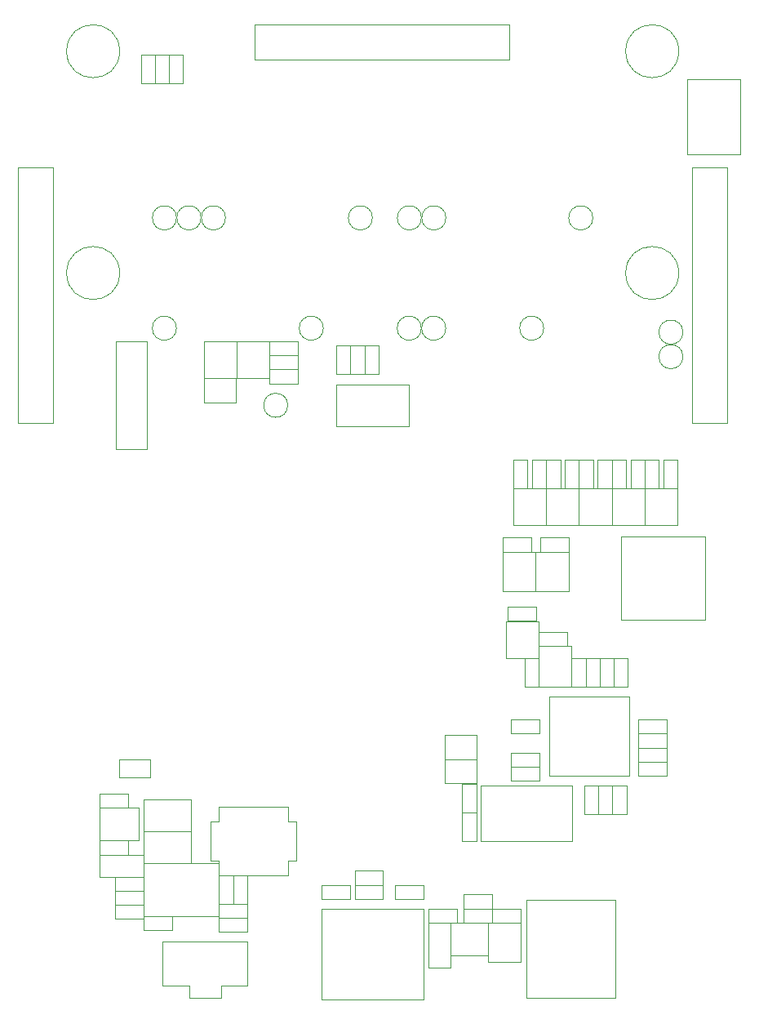
<source format=gbr>
%TF.GenerationSoftware,KiCad,Pcbnew,8.0.4*%
%TF.CreationDate,2024-08-08T16:45:06-04:00*%
%TF.ProjectId,beepy,62656570-792e-46b6-9963-61645f706362,rev?*%
%TF.SameCoordinates,Original*%
%TF.FileFunction,Other,User*%
%FSLAX46Y46*%
G04 Gerber Fmt 4.6, Leading zero omitted, Abs format (unit mm)*
G04 Created by KiCad (PCBNEW 8.0.4) date 2024-08-08 16:45:06*
%MOMM*%
%LPD*%
G01*
G04 APERTURE LIST*
%ADD10C,0.050000*%
%ADD11C,0.100000*%
G04 APERTURE END LIST*
D10*
%TO.C,R1*%
X83350000Y-77722500D02*
X83350000Y-76262500D01*
X83350000Y-76262500D02*
X80390000Y-76262500D01*
X80390000Y-77722500D02*
X83350000Y-77722500D01*
X80390000Y-76262500D02*
X80390000Y-77722500D01*
%TO.C,U5*%
X111800000Y-128080000D02*
X102340000Y-128080000D01*
X111800000Y-122340000D02*
X111800000Y-128080000D01*
X102340000Y-128080000D02*
X102340000Y-122340000D01*
X102340000Y-122340000D02*
X111800000Y-122340000D01*
%TO.C,TP5*%
X91074734Y-63480000D02*
G75*
G02*
X88574734Y-63480000I-1250000J0D01*
G01*
X88574734Y-63480000D02*
G75*
G02*
X91074734Y-63480000I1250000J0D01*
G01*
%TO.C,R22*%
X111740000Y-109135000D02*
X111740000Y-112095000D01*
X111740000Y-112095000D02*
X113200000Y-112095000D01*
X113200000Y-109135000D02*
X111740000Y-109135000D01*
X113200000Y-112095000D02*
X113200000Y-109135000D01*
%TO.C,U2*%
X75157500Y-135875000D02*
X67357500Y-135875000D01*
X75157500Y-130375000D02*
X75157500Y-135875000D01*
X67357500Y-135875000D02*
X67357500Y-130375000D01*
X67357500Y-130375000D02*
X75157500Y-130375000D01*
%TO.C,Q8*%
X104940000Y-105290000D02*
X108340000Y-105290000D01*
X104940000Y-109130000D02*
X104940000Y-105290000D01*
X108340000Y-105290000D02*
X108340000Y-109130000D01*
X108340000Y-109130000D02*
X104940000Y-109130000D01*
%TO.C,TP8*%
X96155786Y-63480000D02*
G75*
G02*
X93655786Y-63480000I-1250000J0D01*
G01*
X93655786Y-63480000D02*
G75*
G02*
X96155786Y-63480000I1250000J0D01*
G01*
%TO.C,U7*%
X108020000Y-98090000D02*
X111420000Y-98090000D01*
X108020000Y-102190000D02*
X108020000Y-98090000D01*
X111420000Y-98090000D02*
X111420000Y-102190000D01*
X111420000Y-102190000D02*
X108020000Y-102190000D01*
%TO.C,SW2*%
X129260000Y-49130000D02*
X129260000Y-56930000D01*
X123760000Y-56930000D02*
X129260000Y-56930000D01*
X123760000Y-49130000D02*
X129260000Y-49130000D01*
X123760000Y-49130000D02*
X123760000Y-56930000D01*
%TO.C,R31*%
X109110000Y-88525000D02*
X109110000Y-91485000D01*
X109110000Y-91485000D02*
X110570000Y-91485000D01*
X110570000Y-88525000D02*
X109110000Y-88525000D01*
X110570000Y-91485000D02*
X110570000Y-88525000D01*
%TO.C,Q4*%
X115910000Y-91480000D02*
X119310000Y-91480000D01*
X115910000Y-95320000D02*
X115910000Y-91480000D01*
X119310000Y-91480000D02*
X119310000Y-95320000D01*
X119310000Y-95320000D02*
X115910000Y-95320000D01*
%TO.C,TP7*%
X75831578Y-63480000D02*
G75*
G02*
X73331578Y-63480000I-1250000J0D01*
G01*
X73331578Y-63480000D02*
G75*
G02*
X75831578Y-63480000I1250000J0D01*
G01*
%TO.C,U8*%
X104620000Y-98090000D02*
X108020000Y-98090000D01*
X104620000Y-102190000D02*
X104620000Y-98090000D01*
X108020000Y-98090000D02*
X108020000Y-102190000D01*
X108020000Y-102190000D02*
X104620000Y-102190000D01*
%TO.C,C21*%
X114520000Y-125300000D02*
X114520000Y-122340000D01*
X114520000Y-122340000D02*
X113060000Y-122340000D01*
X113060000Y-125300000D02*
X114520000Y-125300000D01*
X113060000Y-122340000D02*
X113060000Y-125300000D01*
%TO.C,TP6*%
X96145786Y-74920000D02*
G75*
G02*
X93645786Y-74920000I-1250000J0D01*
G01*
X93645786Y-74920000D02*
G75*
G02*
X96145786Y-74920000I1250000J0D01*
G01*
%TO.C,C3*%
X67350000Y-131800000D02*
X67350000Y-129500000D01*
X67350000Y-129500000D02*
X62750000Y-129500000D01*
X62750000Y-131800000D02*
X67350000Y-131800000D01*
X62750000Y-129500000D02*
X62750000Y-131800000D01*
%TO.C,C17*%
X121640000Y-121340000D02*
X121640000Y-119880000D01*
X121640000Y-119880000D02*
X118680000Y-119880000D01*
X118680000Y-121340000D02*
X121640000Y-121340000D01*
X118680000Y-119880000D02*
X118680000Y-121340000D01*
%TO.C,Q6*%
X109110000Y-91485000D02*
X112510000Y-91485000D01*
X109110000Y-95325000D02*
X109110000Y-91485000D01*
X112510000Y-91485000D02*
X112510000Y-95325000D01*
X112510000Y-95325000D02*
X109110000Y-95325000D01*
%TO.C,C22*%
X108460000Y-96630000D02*
X108460000Y-98090000D01*
X108460000Y-98090000D02*
X111420000Y-98090000D01*
X111420000Y-96630000D02*
X108460000Y-96630000D01*
X111420000Y-98090000D02*
X111420000Y-96630000D01*
%TO.C,R6*%
X78120000Y-136070000D02*
X78120000Y-134610000D01*
X78120000Y-134610000D02*
X75160000Y-134610000D01*
X75160000Y-136070000D02*
X78120000Y-136070000D01*
X75160000Y-134610000D02*
X75160000Y-136070000D01*
%TO.C,L1*%
X83207500Y-130095000D02*
X83207500Y-126095000D01*
X83207500Y-126095000D02*
X82357500Y-126095000D01*
X82357500Y-131645000D02*
X82357500Y-130095000D01*
X82357500Y-130095000D02*
X83207500Y-130095000D01*
X82357500Y-126095000D02*
X82357500Y-124545000D01*
X82357500Y-124545000D02*
X75157500Y-124545000D01*
X75157500Y-131645000D02*
X82357500Y-131645000D01*
X75157500Y-130095000D02*
X75157500Y-131645000D01*
X75157500Y-126095000D02*
X74307500Y-126095000D01*
X75157500Y-124545000D02*
X75157500Y-126095000D01*
X74307500Y-130095000D02*
X75157500Y-130095000D01*
X74307500Y-126095000D02*
X74307500Y-130095000D01*
%TO.C,R11*%
X67355000Y-134720000D02*
X67355000Y-133260000D01*
X67355000Y-133260000D02*
X64395000Y-133260000D01*
X64395000Y-134720000D02*
X67355000Y-134720000D01*
X64395000Y-133260000D02*
X64395000Y-134720000D01*
%TO.C,TP11*%
X70750526Y-63480000D02*
G75*
G02*
X68250526Y-63480000I-1250000J0D01*
G01*
X68250526Y-63480000D02*
G75*
G02*
X70750526Y-63480000I1250000J0D01*
G01*
%TO.C,R20*%
X92190000Y-134090000D02*
X92190000Y-132630000D01*
X92190000Y-132630000D02*
X89230000Y-132630000D01*
X89230000Y-134090000D02*
X92190000Y-134090000D01*
X89230000Y-132630000D02*
X89230000Y-134090000D01*
%TO.C,TP13*%
X123290000Y-75330000D02*
G75*
G02*
X120790000Y-75330000I-1250000J0D01*
G01*
X120790000Y-75330000D02*
G75*
G02*
X123290000Y-75330000I1250000J0D01*
G01*
%TO.C,C2*%
X76617500Y-134605000D02*
X76617500Y-131645000D01*
X76617500Y-131645000D02*
X75157500Y-131645000D01*
X75157500Y-134605000D02*
X76617500Y-134605000D01*
X75157500Y-131645000D02*
X75157500Y-134605000D01*
%TO.C,R36*%
X111050000Y-88525000D02*
X111050000Y-91485000D01*
X111050000Y-91485000D02*
X112510000Y-91485000D01*
X112510000Y-88525000D02*
X111050000Y-88525000D01*
X112510000Y-91485000D02*
X112510000Y-88525000D01*
%TO.C,C14*%
X108440000Y-116950000D02*
X108440000Y-115490000D01*
X108440000Y-115490000D02*
X105480000Y-115490000D01*
X105480000Y-116950000D02*
X108440000Y-116950000D01*
X105480000Y-115490000D02*
X105480000Y-116950000D01*
%TO.C,TP16*%
X108848416Y-74920000D02*
G75*
G02*
X106348416Y-74920000I-1250000J0D01*
G01*
X106348416Y-74920000D02*
G75*
G02*
X108848416Y-74920000I1250000J0D01*
G01*
%TO.C,JP1*%
X76890000Y-80100000D02*
X76890000Y-82600000D01*
X76890000Y-80100000D02*
X73590000Y-80100000D01*
X73590000Y-82600000D02*
X76890000Y-82600000D01*
X73590000Y-82600000D02*
X73590000Y-80100000D01*
%TO.C,R28*%
X119310000Y-88520000D02*
X119310000Y-91480000D01*
X119310000Y-91480000D02*
X120770000Y-91480000D01*
X120770000Y-88520000D02*
X119310000Y-88520000D01*
X120770000Y-91480000D02*
X120770000Y-88520000D01*
%TO.C,C10*%
X65710000Y-124630000D02*
X65710000Y-123170000D01*
X65710000Y-123170000D02*
X62750000Y-123170000D01*
X62750000Y-124630000D02*
X65710000Y-124630000D01*
X62750000Y-123170000D02*
X62750000Y-124630000D01*
%TO.C,R7*%
X78120000Y-137530000D02*
X78120000Y-136070000D01*
X78120000Y-136070000D02*
X75160000Y-136070000D01*
X75160000Y-137530000D02*
X78120000Y-137530000D01*
X75160000Y-136070000D02*
X75160000Y-137530000D01*
%TO.C,R30*%
X112510000Y-88520000D02*
X112510000Y-91480000D01*
X112510000Y-91480000D02*
X113970000Y-91480000D01*
X113970000Y-88520000D02*
X112510000Y-88520000D01*
X113970000Y-91480000D02*
X113970000Y-88520000D01*
%TO.C,TP12*%
X73291052Y-63480000D02*
G75*
G02*
X70791052Y-63480000I-1250000J0D01*
G01*
X70791052Y-63480000D02*
G75*
G02*
X73291052Y-63480000I1250000J0D01*
G01*
%TO.C,U6*%
X109440000Y-113100000D02*
X117680000Y-113100000D01*
X109440000Y-121340000D02*
X109440000Y-113100000D01*
X117680000Y-113100000D02*
X117680000Y-121340000D01*
X117680000Y-121340000D02*
X109440000Y-121340000D01*
%TO.C,R27*%
X101850000Y-125120000D02*
X101850000Y-122160000D01*
X101850000Y-122160000D02*
X100390000Y-122160000D01*
X100390000Y-125120000D02*
X101850000Y-125120000D01*
X100390000Y-122160000D02*
X100390000Y-125120000D01*
%TO.C,C1*%
X78077500Y-134605000D02*
X78077500Y-131645000D01*
X78077500Y-131645000D02*
X76617500Y-131645000D01*
X76617500Y-134605000D02*
X78077500Y-134605000D01*
X76617500Y-131645000D02*
X76617500Y-134605000D01*
%TO.C,R32*%
X105710000Y-88525000D02*
X105710000Y-91485000D01*
X105710000Y-91485000D02*
X107170000Y-91485000D01*
X107170000Y-88525000D02*
X105710000Y-88525000D01*
X107170000Y-91485000D02*
X107170000Y-88525000D01*
%TO.C,C7*%
X90260000Y-79660000D02*
X90260000Y-76700000D01*
X90260000Y-76700000D02*
X88800000Y-76700000D01*
X88800000Y-79660000D02*
X90260000Y-79660000D01*
X88800000Y-76700000D02*
X88800000Y-79660000D01*
%TO.C,R5*%
X99868911Y-136546000D02*
X99868911Y-135086000D01*
X99868911Y-135086000D02*
X96908911Y-135086000D01*
X96908911Y-136546000D02*
X99868911Y-136546000D01*
X96908911Y-135086000D02*
X96908911Y-136546000D01*
%TO.C,C15*%
X113200000Y-109135000D02*
X113200000Y-112095000D01*
X113200000Y-112095000D02*
X114660000Y-112095000D01*
X114660000Y-109135000D02*
X113200000Y-109135000D01*
X114660000Y-112095000D02*
X114660000Y-109135000D01*
%TO.C,TP10*%
X82295000Y-82912500D02*
G75*
G02*
X79795000Y-82912500I-1250000J0D01*
G01*
X79795000Y-82912500D02*
G75*
G02*
X82295000Y-82912500I1250000J0D01*
G01*
%TO.C,R25*%
X121640000Y-119880000D02*
X121640000Y-118420000D01*
X121640000Y-118420000D02*
X118680000Y-118420000D01*
X118680000Y-119880000D02*
X121640000Y-119880000D01*
X118680000Y-118420000D02*
X118680000Y-119880000D01*
%TO.C,TP4*%
X70740526Y-74920000D02*
G75*
G02*
X68240526Y-74920000I-1250000J0D01*
G01*
X68240526Y-74920000D02*
G75*
G02*
X70740526Y-74920000I1250000J0D01*
G01*
%TO.C,C12*%
X108345000Y-106430000D02*
X108345000Y-107890000D01*
X108345000Y-107890000D02*
X111305000Y-107890000D01*
X111305000Y-106430000D02*
X108345000Y-106430000D01*
X111305000Y-107890000D02*
X111305000Y-106430000D01*
%TO.C,U3*%
X87340000Y-80762500D02*
X94840000Y-80762500D01*
X87340000Y-85062500D02*
X87340000Y-80762500D01*
X94840000Y-80762500D02*
X94840000Y-85062500D01*
X94840000Y-85062500D02*
X87340000Y-85062500D01*
%TO.C,R12*%
X71430000Y-49525000D02*
X71430000Y-46565000D01*
X71430000Y-46565000D02*
X69970000Y-46565000D01*
X69970000Y-49525000D02*
X71430000Y-49525000D01*
X69970000Y-46565000D02*
X69970000Y-49525000D01*
%TO.C,R4*%
X106448911Y-136556000D02*
X106448911Y-135096000D01*
X106448911Y-135096000D02*
X103488911Y-135096000D01*
X103488911Y-136556000D02*
X106448911Y-136556000D01*
X103488911Y-135096000D02*
X103488911Y-136556000D01*
%TO.C,U1*%
X106448911Y-140656000D02*
X103048911Y-140656000D01*
X106448911Y-136556000D02*
X106448911Y-140656000D01*
X103048911Y-140656000D02*
X103048911Y-136556000D01*
X103048911Y-136556000D02*
X106448911Y-136556000D01*
%TO.C,J44*%
X124240000Y-58290000D02*
X127840000Y-58290000D01*
X124240000Y-84740000D02*
X124240000Y-58290000D01*
X127840000Y-58290000D02*
X127840000Y-84740000D01*
X127840000Y-84740000D02*
X124240000Y-84740000D01*
%TO.C,R18*%
X83350000Y-80642500D02*
X83350000Y-79182500D01*
X83350000Y-79182500D02*
X80390000Y-79182500D01*
X80390000Y-80642500D02*
X83350000Y-80642500D01*
X80390000Y-79182500D02*
X80390000Y-80642500D01*
%TO.C,D3*%
X68000000Y-121490000D02*
X64800000Y-121490000D01*
X68000000Y-119590000D02*
X68000000Y-121490000D01*
X68000000Y-119590000D02*
X64800000Y-119590000D01*
X64800000Y-119590000D02*
X64800000Y-121490000D01*
%TO.C,M1*%
X64850000Y-46200000D02*
G75*
G02*
X59350000Y-46200000I-2750000J0D01*
G01*
X59350000Y-46200000D02*
G75*
G02*
X64850000Y-46200000I2750000J0D01*
G01*
%TO.C,C19*%
X114660000Y-109140000D02*
X114660000Y-112100000D01*
X114660000Y-112100000D02*
X116120000Y-112100000D01*
X116120000Y-109140000D02*
X114660000Y-109140000D01*
X116120000Y-112100000D02*
X116120000Y-109140000D01*
%TO.C,U4*%
X66847500Y-128030000D02*
X62747500Y-128030000D01*
X66847500Y-124630000D02*
X66847500Y-128030000D01*
X62747500Y-128030000D02*
X62747500Y-124630000D01*
X62747500Y-124630000D02*
X66847500Y-124630000D01*
%TO.C,R23*%
X116120000Y-109145000D02*
X116120000Y-112105000D01*
X116120000Y-112105000D02*
X117580000Y-112105000D01*
X117580000Y-109145000D02*
X116120000Y-109145000D01*
X117580000Y-112105000D02*
X117580000Y-109145000D01*
%TO.C,C6*%
X91720000Y-79660000D02*
X91720000Y-76700000D01*
X91720000Y-76700000D02*
X90260000Y-76700000D01*
X90260000Y-79660000D02*
X91720000Y-79660000D01*
X90260000Y-76700000D02*
X90260000Y-79660000D01*
%TO.C,TP17*%
X113939468Y-63480000D02*
G75*
G02*
X111439468Y-63480000I-1250000J0D01*
G01*
X111439468Y-63480000D02*
G75*
G02*
X113939468Y-63480000I1250000J0D01*
G01*
%TO.C,R19*%
X101850000Y-128080000D02*
X101850000Y-125120000D01*
X101850000Y-125120000D02*
X100390000Y-125120000D01*
X100390000Y-128080000D02*
X101850000Y-128080000D01*
X100390000Y-125120000D02*
X100390000Y-128080000D01*
%TO.C,R21*%
X92190000Y-132630000D02*
X92190000Y-131170000D01*
X92190000Y-131170000D02*
X89230000Y-131170000D01*
X89230000Y-132630000D02*
X92190000Y-132630000D01*
X89230000Y-131170000D02*
X89230000Y-132630000D01*
%TO.C,C5*%
X72250000Y-127062500D02*
X72250000Y-123762500D01*
X72250000Y-123762500D02*
X67350000Y-123762500D01*
X67350000Y-127062500D02*
X72250000Y-127062500D01*
X67350000Y-123762500D02*
X67350000Y-127062500D01*
%TO.C,C9*%
X65710000Y-129500000D02*
X65710000Y-128040000D01*
X65710000Y-128040000D02*
X62750000Y-128040000D01*
X62750000Y-129500000D02*
X65710000Y-129500000D01*
X62750000Y-128040000D02*
X62750000Y-129500000D01*
%TO.C,R33*%
X121250000Y-88520000D02*
X121250000Y-91480000D01*
X121250000Y-91480000D02*
X122710000Y-91480000D01*
X122710000Y-88520000D02*
X121250000Y-88520000D01*
X122710000Y-91480000D02*
X122710000Y-88520000D01*
%TO.C,R29*%
X115910000Y-88520000D02*
X115910000Y-91480000D01*
X115910000Y-91480000D02*
X117370000Y-91480000D01*
X117370000Y-88520000D02*
X115910000Y-88520000D01*
X117370000Y-91480000D02*
X117370000Y-88520000D01*
%TO.C,Q3*%
X119310000Y-91480000D02*
X122710000Y-91480000D01*
X119310000Y-95320000D02*
X119310000Y-91480000D01*
X122710000Y-91480000D02*
X122710000Y-95320000D01*
X122710000Y-95320000D02*
X119310000Y-95320000D01*
%TO.C,Q5*%
X112510000Y-91480000D02*
X115910000Y-91480000D01*
X112510000Y-95320000D02*
X112510000Y-91480000D01*
X115910000Y-91480000D02*
X115910000Y-95320000D01*
X115910000Y-95320000D02*
X112510000Y-95320000D01*
%TO.C,J43*%
X116250000Y-144380000D02*
X107050000Y-144380000D01*
X116250000Y-134180000D02*
X116250000Y-144380000D01*
X107050000Y-144380000D02*
X107050000Y-134180000D01*
X107050000Y-134180000D02*
X116250000Y-134180000D01*
%TO.C,R2*%
X96410000Y-134090000D02*
X96410000Y-132630000D01*
X96410000Y-132630000D02*
X93450000Y-132630000D01*
X93450000Y-134090000D02*
X96410000Y-134090000D01*
X93450000Y-132630000D02*
X93450000Y-134090000D01*
D11*
%TO.C,U9*%
X67681250Y-87440000D02*
X64481250Y-87440000D01*
X67681250Y-76240000D02*
X67681250Y-87440000D01*
X64481250Y-87440000D02*
X64481250Y-76240000D01*
X64481250Y-76240000D02*
X67681250Y-76240000D01*
D10*
%TO.C,M3*%
X122850000Y-69200000D02*
G75*
G02*
X117350000Y-69200000I-2750000J0D01*
G01*
X117350000Y-69200000D02*
G75*
G02*
X122850000Y-69200000I2750000J0D01*
G01*
%TO.C,M4*%
X122850000Y-46200000D02*
G75*
G02*
X117350000Y-46200000I-2750000J0D01*
G01*
X117350000Y-46200000D02*
G75*
G02*
X122850000Y-46200000I2750000J0D01*
G01*
%TO.C,JP2*%
X101850000Y-119610000D02*
X101850000Y-122110000D01*
X101850000Y-119610000D02*
X98550000Y-119610000D01*
X98550000Y-122110000D02*
X101850000Y-122110000D01*
X98550000Y-122110000D02*
X98550000Y-119610000D01*
%TO.C,J15*%
X85770000Y-135090000D02*
X85770000Y-144510000D01*
X96410000Y-135090000D02*
X85770000Y-135090000D01*
X96410000Y-135090000D02*
X96410000Y-144510000D01*
X96410000Y-144510000D02*
X85770000Y-144510000D01*
%TO.C,Q9*%
X80390000Y-80097500D02*
X76990000Y-80097500D01*
X80390000Y-76257500D02*
X80390000Y-80097500D01*
X76990000Y-80097500D02*
X76990000Y-76257500D01*
X76990000Y-76257500D02*
X80390000Y-76257500D01*
%TO.C,R17*%
X83350000Y-79182500D02*
X83350000Y-77722500D01*
X83350000Y-77722500D02*
X80390000Y-77722500D01*
X80390000Y-79182500D02*
X83350000Y-79182500D01*
X80390000Y-77722500D02*
X80390000Y-79182500D01*
%TO.C,C18*%
X115980000Y-125300000D02*
X115980000Y-122340000D01*
X115980000Y-122340000D02*
X114520000Y-122340000D01*
X114520000Y-125300000D02*
X115980000Y-125300000D01*
X114520000Y-122340000D02*
X114520000Y-125300000D01*
%TO.C,Q1*%
X76990000Y-80097500D02*
X73590000Y-80097500D01*
X76990000Y-76257500D02*
X76990000Y-80097500D01*
X73590000Y-80097500D02*
X73590000Y-76257500D01*
X73590000Y-76257500D02*
X76990000Y-76257500D01*
%TO.C,R8*%
X70320000Y-137340000D02*
X70320000Y-135880000D01*
X70320000Y-135880000D02*
X67360000Y-135880000D01*
X67360000Y-137340000D02*
X70320000Y-137340000D01*
X67360000Y-135880000D02*
X67360000Y-137340000D01*
%TO.C,R15*%
X103480000Y-136550000D02*
X103480000Y-135090000D01*
X103480000Y-135090000D02*
X100520000Y-135090000D01*
X100520000Y-136550000D02*
X103480000Y-136550000D01*
X100520000Y-135090000D02*
X100520000Y-136550000D01*
%TO.C,R24*%
X118680000Y-116960000D02*
X118680000Y-118420000D01*
X118680000Y-118420000D02*
X121640000Y-118420000D01*
X121640000Y-116960000D02*
X118680000Y-116960000D01*
X121640000Y-118420000D02*
X121640000Y-116960000D01*
%TO.C,Q2*%
X103048911Y-139956000D02*
X99208911Y-139956000D01*
X103048911Y-136556000D02*
X103048911Y-139956000D01*
X99208911Y-139956000D02*
X99208911Y-136556000D01*
X99208911Y-136556000D02*
X103048911Y-136556000D01*
%TO.C,C11*%
X106880000Y-109135000D02*
X106880000Y-112095000D01*
X106880000Y-112095000D02*
X108340000Y-112095000D01*
X108340000Y-109135000D02*
X106880000Y-109135000D01*
X108340000Y-112095000D02*
X108340000Y-109135000D01*
%TO.C,D1*%
X99208911Y-141246000D02*
X99208911Y-136546000D01*
X99208911Y-141246000D02*
X96908911Y-141246000D01*
X99208911Y-136546000D02*
X96908911Y-136546000D01*
X96908911Y-136546000D02*
X96908911Y-141246000D01*
%TO.C,C4*%
X72252500Y-130372500D02*
X72252500Y-127072500D01*
X72252500Y-127072500D02*
X67352500Y-127072500D01*
X67352500Y-130372500D02*
X72252500Y-130372500D01*
X67352500Y-127072500D02*
X67352500Y-130372500D01*
%TO.C,TP9*%
X98686312Y-74920000D02*
G75*
G02*
X96186312Y-74920000I-1250000J0D01*
G01*
X96186312Y-74920000D02*
G75*
G02*
X98686312Y-74920000I1250000J0D01*
G01*
%TO.C,JP3*%
X98550000Y-119610000D02*
X98550000Y-117110000D01*
X98550000Y-119610000D02*
X101850000Y-119610000D01*
X101850000Y-117110000D02*
X98550000Y-117110000D01*
X101850000Y-117110000D02*
X101850000Y-119610000D01*
%TO.C,C8*%
X88800000Y-79660000D02*
X88800000Y-76700000D01*
X88800000Y-76700000D02*
X87340000Y-76700000D01*
X87340000Y-79660000D02*
X88800000Y-79660000D01*
X87340000Y-76700000D02*
X87340000Y-79660000D01*
%TO.C,R9*%
X67350000Y-136180000D02*
X67350000Y-134720000D01*
X67350000Y-134720000D02*
X64390000Y-134720000D01*
X64390000Y-136180000D02*
X67350000Y-136180000D01*
X64390000Y-134720000D02*
X64390000Y-136180000D01*
%TO.C,TP1*%
X85983682Y-74920000D02*
G75*
G02*
X83483682Y-74920000I-1250000J0D01*
G01*
X83483682Y-74920000D02*
G75*
G02*
X85983682Y-74920000I1250000J0D01*
G01*
%TO.C,R26*%
X108440000Y-120380000D02*
X108440000Y-118920000D01*
X108440000Y-118920000D02*
X105480000Y-118920000D01*
X105480000Y-120380000D02*
X108440000Y-120380000D01*
X105480000Y-118920000D02*
X105480000Y-120380000D01*
%TO.C,J47*%
X54340000Y-58290000D02*
X57940000Y-58290000D01*
X54340000Y-84740000D02*
X54340000Y-58290000D01*
X57940000Y-58290000D02*
X57940000Y-84740000D01*
X57940000Y-84740000D02*
X54340000Y-84740000D01*
%TO.C,M2*%
X64850000Y-69200000D02*
G75*
G02*
X59350000Y-69200000I-2750000J0D01*
G01*
X59350000Y-69200000D02*
G75*
G02*
X64850000Y-69200000I2750000J0D01*
G01*
%TO.C,R37*%
X107650000Y-88525000D02*
X107650000Y-91485000D01*
X107650000Y-91485000D02*
X109110000Y-91485000D01*
X109110000Y-88525000D02*
X107650000Y-88525000D01*
X109110000Y-91485000D02*
X109110000Y-88525000D01*
%TO.C,R13*%
X69970000Y-49525000D02*
X69970000Y-46565000D01*
X69970000Y-46565000D02*
X68510000Y-46565000D01*
X68510000Y-49525000D02*
X69970000Y-49525000D01*
X68510000Y-46565000D02*
X68510000Y-49525000D01*
%TO.C,R38*%
X105115000Y-103790000D02*
X105115000Y-105250000D01*
X105115000Y-105250000D02*
X108075000Y-105250000D01*
X108075000Y-103790000D02*
X105115000Y-103790000D01*
X108075000Y-105250000D02*
X108075000Y-103790000D01*
%TO.C,TP14*%
X123290000Y-77870000D02*
G75*
G02*
X120790000Y-77870000I-1250000J0D01*
G01*
X120790000Y-77870000D02*
G75*
G02*
X123290000Y-77870000I1250000J0D01*
G01*
%TO.C,R34*%
X117850000Y-88520000D02*
X117850000Y-91480000D01*
X117850000Y-91480000D02*
X119310000Y-91480000D01*
X119310000Y-88520000D02*
X117850000Y-88520000D01*
X119310000Y-91480000D02*
X119310000Y-88520000D01*
%TO.C,C16*%
X118680000Y-115500000D02*
X118680000Y-116960000D01*
X118680000Y-116960000D02*
X121640000Y-116960000D01*
X121640000Y-115500000D02*
X118680000Y-115500000D01*
X121640000Y-116960000D02*
X121640000Y-115500000D01*
%TO.C,R14*%
X68510000Y-49525000D02*
X68510000Y-46565000D01*
X68510000Y-46565000D02*
X67050000Y-46565000D01*
X67050000Y-49525000D02*
X68510000Y-49525000D01*
X67050000Y-46565000D02*
X67050000Y-49525000D01*
%TO.C,J46*%
X105270000Y-47050000D02*
X78820000Y-47050000D01*
X105270000Y-43450000D02*
X105270000Y-47050000D01*
X78820000Y-47050000D02*
X78820000Y-43450000D01*
X78820000Y-43450000D02*
X105270000Y-43450000D01*
%TO.C,R35*%
X114450000Y-88520000D02*
X114450000Y-91480000D01*
X114450000Y-91480000D02*
X115910000Y-91480000D01*
X115910000Y-88520000D02*
X114450000Y-88520000D01*
X115910000Y-91480000D02*
X115910000Y-88520000D01*
%TO.C,C13*%
X108440000Y-121840000D02*
X108440000Y-120380000D01*
X108440000Y-120380000D02*
X105480000Y-120380000D01*
X105480000Y-121840000D02*
X108440000Y-121840000D01*
X105480000Y-120380000D02*
X105480000Y-121840000D01*
%TO.C,TP15*%
X98696312Y-63480000D02*
G75*
G02*
X96196312Y-63480000I-1250000J0D01*
G01*
X96196312Y-63480000D02*
G75*
G02*
X98696312Y-63480000I1250000J0D01*
G01*
%TO.C,SW1*%
X78120000Y-143080000D02*
X78120000Y-138530000D01*
X78120000Y-138530000D02*
X69320000Y-138530000D01*
X75370000Y-144380000D02*
X75370000Y-143080000D01*
X75370000Y-143080000D02*
X78120000Y-143080000D01*
X72070000Y-144380000D02*
X75370000Y-144380000D01*
X72070000Y-143080000D02*
X72070000Y-144380000D01*
X69320000Y-143080000D02*
X72070000Y-143080000D01*
X69320000Y-138530000D02*
X69320000Y-143080000D01*
%TO.C,R16*%
X103480000Y-135090000D02*
X103480000Y-133630000D01*
X103480000Y-133630000D02*
X100520000Y-133630000D01*
X100520000Y-135090000D02*
X103480000Y-135090000D01*
X100520000Y-133630000D02*
X100520000Y-135090000D01*
%TO.C,R3*%
X88730000Y-134090000D02*
X88730000Y-132630000D01*
X88730000Y-132630000D02*
X85770000Y-132630000D01*
X85770000Y-134090000D02*
X88730000Y-134090000D01*
X85770000Y-132630000D02*
X85770000Y-134090000D01*
%TO.C,R10*%
X67355000Y-133260000D02*
X67355000Y-131800000D01*
X67355000Y-131800000D02*
X64395000Y-131800000D01*
X64395000Y-133260000D02*
X67355000Y-133260000D01*
X64395000Y-131800000D02*
X64395000Y-133260000D01*
%TO.C,J45*%
X116860000Y-96520000D02*
X125560000Y-96520000D01*
X116860000Y-105120000D02*
X116860000Y-96520000D01*
X125560000Y-96520000D02*
X125560000Y-105120000D01*
X125560000Y-105120000D02*
X116860000Y-105120000D01*
%TO.C,C20*%
X117440000Y-125300000D02*
X117440000Y-122340000D01*
X117440000Y-122340000D02*
X115980000Y-122340000D01*
X115980000Y-125300000D02*
X117440000Y-125300000D01*
X115980000Y-122340000D02*
X115980000Y-125300000D01*
%TO.C,Q7*%
X105710000Y-91485000D02*
X109110000Y-91485000D01*
X105710000Y-95325000D02*
X105710000Y-91485000D01*
X109110000Y-91485000D02*
X109110000Y-95325000D01*
X109110000Y-95325000D02*
X105710000Y-95325000D01*
%TO.C,C23*%
X104620000Y-96630000D02*
X104620000Y-98090000D01*
X104620000Y-98090000D02*
X107580000Y-98090000D01*
X107580000Y-96630000D02*
X104620000Y-96630000D01*
X107580000Y-98090000D02*
X107580000Y-96630000D01*
%TO.C,Y1*%
X108340000Y-107895000D02*
X111740000Y-107895000D01*
X108340000Y-112095000D02*
X108340000Y-107895000D01*
X111740000Y-107895000D02*
X111740000Y-112095000D01*
X111740000Y-112095000D02*
X108340000Y-112095000D01*
%TD*%
M02*

</source>
